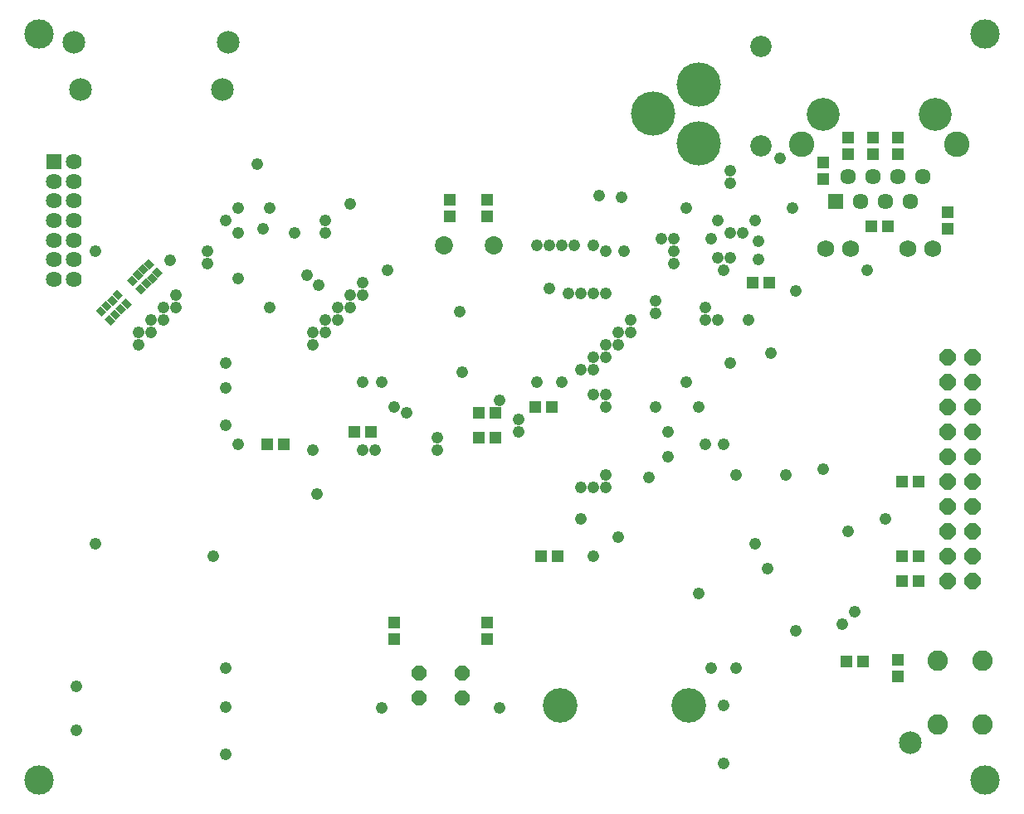
<source format=gbs>
G75*
G70*
%OFA0B0*%
%FSLAX24Y24*%
%IPPOS*%
%LPD*%
%AMOC8*
5,1,8,0,0,1.08239X$1,22.5*
%
%ADD10C,0.1182*%
%ADD11R,0.0634X0.0634*%
%ADD12C,0.0634*%
%ADD13C,0.0682*%
%ADD14C,0.1025*%
%ADD15C,0.1320*%
%ADD16C,0.1780*%
%ADD17C,0.0820*%
%ADD18OC8,0.0640*%
%ADD19R,0.0513X0.0474*%
%ADD20R,0.0474X0.0513*%
%ADD21C,0.0860*%
%ADD22C,0.0907*%
%ADD23C,0.0730*%
%ADD24R,0.0277X0.0336*%
%ADD25R,0.0640X0.0640*%
%ADD26C,0.0640*%
%ADD27C,0.1390*%
%ADD28OC8,0.0600*%
%ADD29C,0.0476*%
D10*
X001100Y002790D03*
X001100Y032790D03*
X039100Y032790D03*
X039100Y002790D03*
D11*
X033100Y026040D03*
D12*
X034100Y026040D03*
X035100Y026040D03*
X036100Y026040D03*
X035600Y027040D03*
X036600Y027040D03*
X034600Y027040D03*
X033600Y027040D03*
D13*
X033698Y024138D03*
X032698Y024138D03*
X036002Y024138D03*
X037002Y024138D03*
D14*
X037960Y028339D03*
X031740Y028339D03*
D15*
X032600Y029540D03*
X037100Y029540D03*
D16*
X027600Y028396D03*
X025750Y029577D03*
X027600Y030758D03*
D17*
X037210Y007570D03*
X038990Y007570D03*
X038990Y005010D03*
X037210Y005010D03*
D18*
X037600Y010790D03*
X038600Y010790D03*
X038600Y011790D03*
X037600Y011790D03*
X037600Y012790D03*
X038600Y012790D03*
X038600Y013790D03*
X037600Y013790D03*
X037600Y014790D03*
X038600Y014790D03*
X038600Y015790D03*
X038600Y016790D03*
X037600Y016790D03*
X037600Y015790D03*
X037600Y017790D03*
X038600Y017790D03*
X038600Y018790D03*
X037600Y018790D03*
X037600Y019790D03*
X038600Y019790D03*
D19*
X036435Y014790D03*
X035765Y014790D03*
X035765Y011790D03*
X036435Y011790D03*
X036435Y010790D03*
X035765Y010790D03*
X034185Y007540D03*
X033515Y007540D03*
X021935Y011790D03*
X021265Y011790D03*
X019435Y016540D03*
X018765Y016540D03*
X018765Y017540D03*
X019435Y017540D03*
X021015Y017790D03*
X021685Y017790D03*
X014435Y016790D03*
X013765Y016790D03*
X010935Y016290D03*
X010265Y016290D03*
X029765Y022790D03*
X030435Y022790D03*
X034515Y025040D03*
X035185Y025040D03*
D20*
X037600Y024955D03*
X037600Y025624D03*
X035600Y027955D03*
X035600Y028624D03*
X034600Y028624D03*
X034600Y027955D03*
X033600Y027955D03*
X033600Y028624D03*
X032600Y027624D03*
X032600Y026955D03*
X019100Y026124D03*
X019100Y025455D03*
X017600Y025455D03*
X017600Y026124D03*
X019100Y009124D03*
X019100Y008455D03*
X015350Y008455D03*
X015350Y009124D03*
X035600Y007624D03*
X035600Y006955D03*
D21*
X030100Y028290D03*
X030100Y032290D03*
D22*
X008691Y032469D03*
X008454Y030540D03*
X002746Y030540D03*
X002509Y032469D03*
X036100Y004290D03*
D23*
X019350Y024290D03*
X017350Y024290D03*
D24*
G36*
X005642Y023221D02*
X005837Y023416D01*
X006074Y023179D01*
X005879Y022984D01*
X005642Y023221D01*
G37*
G36*
X005419Y022998D02*
X005614Y023193D01*
X005851Y022956D01*
X005656Y022761D01*
X005419Y022998D01*
G37*
G36*
X005197Y022775D02*
X005392Y022970D01*
X005629Y022733D01*
X005434Y022538D01*
X005197Y022775D01*
G37*
G36*
X004974Y022553D02*
X005169Y022748D01*
X005406Y022511D01*
X005211Y022316D01*
X004974Y022553D01*
G37*
G36*
X004626Y022901D02*
X004821Y023096D01*
X005058Y022859D01*
X004863Y022664D01*
X004626Y022901D01*
G37*
G36*
X004849Y023123D02*
X005044Y023318D01*
X005281Y023081D01*
X005086Y022886D01*
X004849Y023123D01*
G37*
G36*
X005071Y023346D02*
X005266Y023541D01*
X005503Y023304D01*
X005308Y023109D01*
X005071Y023346D01*
G37*
G36*
X005294Y023569D02*
X005489Y023764D01*
X005726Y023527D01*
X005531Y023332D01*
X005294Y023569D01*
G37*
G36*
X004044Y022319D02*
X004239Y022514D01*
X004476Y022277D01*
X004281Y022082D01*
X004044Y022319D01*
G37*
G36*
X003821Y022096D02*
X004016Y022291D01*
X004253Y022054D01*
X004058Y021859D01*
X003821Y022096D01*
G37*
G36*
X003599Y021873D02*
X003794Y022068D01*
X004031Y021831D01*
X003836Y021636D01*
X003599Y021873D01*
G37*
G36*
X003376Y021651D02*
X003571Y021846D01*
X003808Y021609D01*
X003613Y021414D01*
X003376Y021651D01*
G37*
G36*
X003724Y021303D02*
X003919Y021498D01*
X004156Y021261D01*
X003961Y021066D01*
X003724Y021303D01*
G37*
G36*
X003947Y021525D02*
X004142Y021720D01*
X004379Y021483D01*
X004184Y021288D01*
X003947Y021525D01*
G37*
G36*
X004169Y021748D02*
X004364Y021943D01*
X004601Y021706D01*
X004406Y021511D01*
X004169Y021748D01*
G37*
G36*
X004392Y021971D02*
X004587Y022166D01*
X004824Y021929D01*
X004629Y021734D01*
X004392Y021971D01*
G37*
D25*
X001706Y027652D03*
D26*
X001706Y026864D03*
X001706Y026077D03*
X002494Y026077D03*
X002494Y026864D03*
X002494Y027652D03*
X002494Y025290D03*
X001706Y025290D03*
X001706Y024502D03*
X001706Y023715D03*
X002494Y023715D03*
X002494Y024502D03*
X002494Y022927D03*
X001706Y022927D03*
D27*
X022015Y005790D03*
X027185Y005790D03*
D28*
X018100Y006090D03*
X018100Y007090D03*
X016350Y007090D03*
X016350Y006090D03*
D29*
X014850Y005690D03*
X019600Y005690D03*
X023350Y011790D03*
X024350Y012540D03*
X022850Y013290D03*
X022850Y014540D03*
X023350Y014540D03*
X023850Y014540D03*
X023850Y015040D03*
X025600Y014940D03*
X026350Y015790D03*
X026350Y016790D03*
X025850Y017790D03*
X027100Y018790D03*
X027600Y017790D03*
X027850Y016290D03*
X028600Y016290D03*
X029100Y015040D03*
X031100Y015040D03*
X032600Y015290D03*
X035100Y013290D03*
X033600Y012790D03*
X030350Y011290D03*
X029850Y012290D03*
X027600Y010290D03*
X028100Y007290D03*
X029100Y007290D03*
X028600Y005790D03*
X028600Y003440D03*
X031500Y008790D03*
X033350Y009040D03*
X033850Y009540D03*
X023850Y017790D03*
X023850Y018290D03*
X023350Y018290D03*
X023350Y019290D03*
X023350Y019790D03*
X022850Y019290D03*
X022100Y018790D03*
X021100Y018790D03*
X019600Y018040D03*
X020350Y017290D03*
X020350Y016790D03*
X018100Y019190D03*
X015850Y017540D03*
X015350Y017790D03*
X014850Y018790D03*
X014100Y018790D03*
X012100Y020290D03*
X012100Y020790D03*
X012600Y020790D03*
X012600Y021290D03*
X013100Y021290D03*
X013100Y021790D03*
X013600Y021790D03*
X013600Y022290D03*
X014100Y022290D03*
X014100Y022790D03*
X015100Y023290D03*
X012600Y024790D03*
X012600Y025290D03*
X013600Y025940D03*
X011350Y024790D03*
X010100Y024940D03*
X010350Y025790D03*
X009100Y025790D03*
X008600Y025290D03*
X009100Y024790D03*
X007850Y024040D03*
X007850Y023540D03*
X009100Y022940D03*
X010350Y021790D03*
X011850Y023090D03*
X012320Y022690D03*
X008600Y019540D03*
X008600Y018540D03*
X008600Y017040D03*
X009100Y016290D03*
X012100Y016040D03*
X012250Y014290D03*
X014100Y016040D03*
X014600Y016040D03*
X017100Y016040D03*
X017100Y016540D03*
X018000Y021610D03*
X021100Y024290D03*
X021600Y024290D03*
X022100Y024290D03*
X022600Y024290D03*
X023350Y024290D03*
X023850Y024040D03*
X024600Y024040D03*
X026100Y024540D03*
X026600Y024540D03*
X026600Y024040D03*
X026600Y023540D03*
X025850Y022040D03*
X025850Y021540D03*
X024850Y021290D03*
X024850Y020790D03*
X024350Y020790D03*
X024350Y020290D03*
X023850Y020290D03*
X023850Y019790D03*
X023850Y022350D03*
X023350Y022350D03*
X022850Y022350D03*
X022350Y022350D03*
X021600Y022540D03*
X023600Y026290D03*
X024510Y026210D03*
X027100Y025790D03*
X028350Y025290D03*
X028850Y024790D03*
X029350Y024790D03*
X029850Y025290D03*
X030010Y024460D03*
X030010Y023710D03*
X028850Y023790D03*
X028350Y023790D03*
X028600Y023290D03*
X028100Y024540D03*
X028850Y026790D03*
X028850Y027290D03*
X030850Y027790D03*
X031350Y025790D03*
X034350Y023290D03*
X031510Y022460D03*
X029600Y021290D03*
X028350Y021290D03*
X027850Y021290D03*
X027850Y021790D03*
X028850Y019540D03*
X030510Y019960D03*
X009850Y027540D03*
X006350Y023690D03*
X006600Y022290D03*
X006600Y021790D03*
X006100Y021790D03*
X006100Y021290D03*
X005600Y021290D03*
X005600Y020790D03*
X005100Y020790D03*
X005100Y020290D03*
X003350Y024040D03*
X003350Y012290D03*
X008100Y011790D03*
X008600Y007290D03*
X008600Y005710D03*
X008600Y003820D03*
X002600Y004790D03*
X002600Y006540D03*
M02*

</source>
